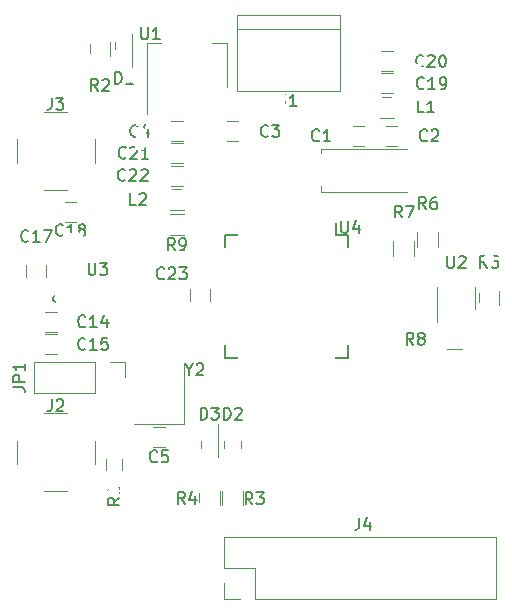
<source format=gto>
%TF.GenerationSoftware,KiCad,Pcbnew,4.0.6*%
%TF.CreationDate,2017-04-05T20:33:35-07:00*%
%TF.ProjectId,wavegen,7761766567656E2E6B696361645F7063,rev?*%
%TF.FileFunction,Legend,Top*%
%FSLAX46Y46*%
G04 Gerber Fmt 4.6, Leading zero omitted, Abs format (unit mm)*
G04 Created by KiCad (PCBNEW 4.0.6) date 04/05/17 20:33:35*
%MOMM*%
%LPD*%
G01*
G04 APERTURE LIST*
%ADD10C,0.100000*%
%ADD11C,0.120000*%
%ADD12C,0.150000*%
%ADD13C,3.900000*%
%ADD14R,1.900000X1.650000*%
%ADD15R,1.900000X1.700000*%
%ADD16R,1.700000X1.900000*%
%ADD17R,2.780000X2.040000*%
%ADD18R,0.650000X1.400000*%
%ADD19R,1.650000X1.900000*%
%ADD20R,1.600000X1.600000*%
%ADD21R,0.800000X1.750000*%
%ADD22O,1.650000X1.350000*%
%ADD23O,1.400000X1.950000*%
%ADD24C,2.600000*%
%ADD25C,2.400000*%
%ADD26R,2.100000X2.100000*%
%ADD27O,2.100000X2.100000*%
%ADD28R,1.300000X1.600000*%
%ADD29R,1.050000X1.960000*%
%ADD30R,1.400000X0.650000*%
%ADD31R,2.050000X2.350000*%
%ADD32R,4.200000X2.400000*%
%ADD33R,1.900000X2.400000*%
%ADD34R,3.900000X2.800000*%
%ADD35C,1.000000*%
G04 APERTURE END LIST*
D10*
D11*
X83292210Y-66320440D02*
X84292210Y-66320440D01*
X84292210Y-64620440D02*
X83292210Y-64620440D01*
X84428800Y-70263142D02*
X83228800Y-70263142D01*
X83228800Y-68503142D02*
X84428800Y-68503142D01*
X83292210Y-68225440D02*
X84292210Y-68225440D01*
X84292210Y-66525440D02*
X83292210Y-66525440D01*
X104149000Y-73371000D02*
X104149000Y-72171000D01*
X105909000Y-72171000D02*
X105909000Y-73371000D01*
D12*
X73799000Y-77811000D02*
G75*
G03X73799000Y-77811000I-250000J0D01*
G01*
D11*
X99687000Y-63158000D02*
X98687000Y-63158000D01*
X98687000Y-64858000D02*
X99687000Y-64858000D01*
X101481000Y-64858000D02*
X102481000Y-64858000D01*
X102481000Y-63158000D02*
X101481000Y-63158000D01*
X89019000Y-62777000D02*
X88019000Y-62777000D01*
X88019000Y-64477000D02*
X89019000Y-64477000D01*
X83320000Y-64477000D02*
X84320000Y-64477000D01*
X84320000Y-62777000D02*
X83320000Y-62777000D01*
X82796000Y-88685000D02*
X81796000Y-88685000D01*
X81796000Y-90385000D02*
X82796000Y-90385000D01*
X72652000Y-80606000D02*
X73652000Y-80606000D01*
X73652000Y-78906000D02*
X72652000Y-78906000D01*
X72652000Y-82511000D02*
X73652000Y-82511000D01*
X73652000Y-80811000D02*
X72652000Y-80811000D01*
X72732000Y-75938000D02*
X72732000Y-74938000D01*
X71032000Y-74938000D02*
X71032000Y-75938000D01*
X75303000Y-69635000D02*
X74303000Y-69635000D01*
X74303000Y-71335000D02*
X75303000Y-71335000D01*
X102100000Y-58713000D02*
X101100000Y-58713000D01*
X101100000Y-60413000D02*
X102100000Y-60413000D01*
X102100000Y-56808000D02*
X101100000Y-56808000D01*
X101100000Y-58508000D02*
X102100000Y-58508000D01*
X78580000Y-58188000D02*
X79980000Y-58188000D01*
X79980000Y-58188000D02*
X79980000Y-55388000D01*
X78580000Y-58188000D02*
X78580000Y-55388000D01*
X89219000Y-88413000D02*
X87819000Y-88413000D01*
X87819000Y-88413000D02*
X87819000Y-91213000D01*
X89219000Y-88413000D02*
X89219000Y-91213000D01*
X87244864Y-88413000D02*
X85844864Y-88413000D01*
X85844864Y-88413000D02*
X85844864Y-91213000D01*
X87244864Y-88413000D02*
X87244864Y-91213000D01*
X97618800Y-53755000D02*
X88918800Y-53755000D01*
X97618800Y-60165000D02*
X88918800Y-60165000D01*
X88918800Y-60165000D02*
X88918800Y-53755000D01*
X88918800Y-54985000D02*
X97618800Y-54985000D01*
X97618800Y-53755000D02*
X97618800Y-60165000D01*
X74533000Y-94105000D02*
X72533000Y-94105000D01*
X74533000Y-87505000D02*
X72533000Y-87505000D01*
X70233000Y-91805000D02*
X70233000Y-89805000D01*
X76833000Y-91805000D02*
X76833000Y-89805000D01*
X72533000Y-61978000D02*
X74533000Y-61978000D01*
X72533000Y-68578000D02*
X74533000Y-68578000D01*
X76833000Y-64278000D02*
X76833000Y-66278000D01*
X70233000Y-64278000D02*
X70233000Y-66278000D01*
X90424000Y-103184000D02*
X110804000Y-103184000D01*
X110804000Y-103184000D02*
X110804000Y-97984000D01*
X110804000Y-97984000D02*
X87824000Y-97984000D01*
X87824000Y-97984000D02*
X87824000Y-100584000D01*
X87824000Y-100584000D02*
X90424000Y-100584000D01*
X90424000Y-100584000D02*
X90424000Y-103184000D01*
X89154000Y-103184000D02*
X87824000Y-103184000D01*
X87824000Y-103184000D02*
X87824000Y-101854000D01*
X76835000Y-83125000D02*
X71695000Y-83125000D01*
X71695000Y-83125000D02*
X71695000Y-85785000D01*
X71695000Y-85785000D02*
X76835000Y-85785000D01*
X76835000Y-85785000D02*
X76835000Y-83125000D01*
X78105000Y-83125000D02*
X79435000Y-83125000D01*
X79435000Y-83125000D02*
X79435000Y-84455000D01*
X101000000Y-60715000D02*
X102200000Y-60715000D01*
X102200000Y-62475000D02*
X101000000Y-62475000D01*
X77806000Y-92321000D02*
X77806000Y-91321000D01*
X79166000Y-91321000D02*
X79166000Y-92321000D01*
X76410000Y-57240000D02*
X76410000Y-56040000D01*
X78170000Y-56040000D02*
X78170000Y-57240000D01*
X87639000Y-95295000D02*
X87639000Y-94095000D01*
X89399000Y-94095000D02*
X89399000Y-95295000D01*
X85664864Y-95295000D02*
X85664864Y-94095000D01*
X87424864Y-94095000D02*
X87424864Y-95295000D01*
X109356000Y-78324000D02*
X109356000Y-77124000D01*
X111116000Y-77124000D02*
X111116000Y-78324000D01*
X102117000Y-74133000D02*
X102117000Y-72933000D01*
X103877000Y-72933000D02*
X103877000Y-74133000D01*
X106715000Y-80273000D02*
X107915000Y-80273000D01*
X107915000Y-82033000D02*
X106715000Y-82033000D01*
X83194600Y-70646400D02*
X84394600Y-70646400D01*
X84394600Y-72406400D02*
X83194600Y-72406400D01*
X109052000Y-78624000D02*
X109052000Y-76824000D01*
X105832000Y-76824000D02*
X105832000Y-79774000D01*
D12*
X98266000Y-72422000D02*
X97266000Y-72422000D01*
X98266000Y-82772000D02*
X97191000Y-82772000D01*
X87916000Y-82772000D02*
X88991000Y-82772000D01*
X87916000Y-72422000D02*
X88991000Y-72422000D01*
X98266000Y-72422000D02*
X98266000Y-73497000D01*
X87916000Y-72422000D02*
X87916000Y-73497000D01*
X87916000Y-82772000D02*
X87916000Y-81697000D01*
X98266000Y-82772000D02*
X98266000Y-81697000D01*
X97266000Y-72422000D02*
X97266000Y-71397000D01*
D11*
X80171000Y-88402000D02*
X84421000Y-88402000D01*
X84421000Y-88402000D02*
X84421000Y-83302000D01*
X88055500Y-56129000D02*
X86795500Y-56129000D01*
X81235500Y-56129000D02*
X82495500Y-56129000D01*
X88055500Y-59889000D02*
X88055500Y-56129000D01*
X81235500Y-62139000D02*
X81235500Y-56129000D01*
X86575000Y-77970000D02*
X86575000Y-76970000D01*
X84875000Y-76970000D02*
X84875000Y-77970000D01*
X103284000Y-65129000D02*
X96034000Y-65129000D01*
X96034000Y-65129000D02*
X96034000Y-68729000D01*
X96034000Y-68729000D02*
X103284000Y-68729000D01*
D12*
X79494143Y-65825643D02*
X79446524Y-65873262D01*
X79303667Y-65920881D01*
X79208429Y-65920881D01*
X79065571Y-65873262D01*
X78970333Y-65778024D01*
X78922714Y-65682786D01*
X78875095Y-65492310D01*
X78875095Y-65349452D01*
X78922714Y-65158976D01*
X78970333Y-65063738D01*
X79065571Y-64968500D01*
X79208429Y-64920881D01*
X79303667Y-64920881D01*
X79446524Y-64968500D01*
X79494143Y-65016119D01*
X79875095Y-65016119D02*
X79922714Y-64968500D01*
X80017952Y-64920881D01*
X80256048Y-64920881D01*
X80351286Y-64968500D01*
X80398905Y-65016119D01*
X80446524Y-65111357D01*
X80446524Y-65206595D01*
X80398905Y-65349452D01*
X79827476Y-65920881D01*
X80446524Y-65920881D01*
X81398905Y-65920881D02*
X80827476Y-65920881D01*
X81113190Y-65920881D02*
X81113190Y-64920881D01*
X81017952Y-65063738D01*
X80922714Y-65158976D01*
X80827476Y-65206595D01*
X80351334Y-69857881D02*
X79875143Y-69857881D01*
X79875143Y-68857881D01*
X80637048Y-68953119D02*
X80684667Y-68905500D01*
X80779905Y-68857881D01*
X81018001Y-68857881D01*
X81113239Y-68905500D01*
X81160858Y-68953119D01*
X81208477Y-69048357D01*
X81208477Y-69143595D01*
X81160858Y-69286452D01*
X80589429Y-69857881D01*
X81208477Y-69857881D01*
X79430643Y-67730643D02*
X79383024Y-67778262D01*
X79240167Y-67825881D01*
X79144929Y-67825881D01*
X79002071Y-67778262D01*
X78906833Y-67683024D01*
X78859214Y-67587786D01*
X78811595Y-67397310D01*
X78811595Y-67254452D01*
X78859214Y-67063976D01*
X78906833Y-66968738D01*
X79002071Y-66873500D01*
X79144929Y-66825881D01*
X79240167Y-66825881D01*
X79383024Y-66873500D01*
X79430643Y-66921119D01*
X79811595Y-66921119D02*
X79859214Y-66873500D01*
X79954452Y-66825881D01*
X80192548Y-66825881D01*
X80287786Y-66873500D01*
X80335405Y-66921119D01*
X80383024Y-67016357D01*
X80383024Y-67111595D01*
X80335405Y-67254452D01*
X79763976Y-67825881D01*
X80383024Y-67825881D01*
X80763976Y-66921119D02*
X80811595Y-66873500D01*
X80906833Y-66825881D01*
X81144929Y-66825881D01*
X81240167Y-66873500D01*
X81287786Y-66921119D01*
X81335405Y-67016357D01*
X81335405Y-67111595D01*
X81287786Y-67254452D01*
X80716357Y-67825881D01*
X81335405Y-67825881D01*
X104887734Y-70200781D02*
X104554400Y-69724590D01*
X104316305Y-70200781D02*
X104316305Y-69200781D01*
X104697258Y-69200781D01*
X104792496Y-69248400D01*
X104840115Y-69296019D01*
X104887734Y-69391257D01*
X104887734Y-69534114D01*
X104840115Y-69629352D01*
X104792496Y-69676971D01*
X104697258Y-69724590D01*
X104316305Y-69724590D01*
X105744877Y-69200781D02*
X105554400Y-69200781D01*
X105459162Y-69248400D01*
X105411543Y-69296019D01*
X105316305Y-69438876D01*
X105268686Y-69629352D01*
X105268686Y-70010305D01*
X105316305Y-70105543D01*
X105363924Y-70153162D01*
X105459162Y-70200781D01*
X105649639Y-70200781D01*
X105744877Y-70153162D01*
X105792496Y-70105543D01*
X105840115Y-70010305D01*
X105840115Y-69772210D01*
X105792496Y-69676971D01*
X105744877Y-69629352D01*
X105649639Y-69581733D01*
X105459162Y-69581733D01*
X105363924Y-69629352D01*
X105316305Y-69676971D01*
X105268686Y-69772210D01*
X76327095Y-74763381D02*
X76327095Y-75572905D01*
X76374714Y-75668143D01*
X76422333Y-75715762D01*
X76517571Y-75763381D01*
X76708048Y-75763381D01*
X76803286Y-75715762D01*
X76850905Y-75668143D01*
X76898524Y-75572905D01*
X76898524Y-74763381D01*
X77279476Y-74763381D02*
X77898524Y-74763381D01*
X77565190Y-75144333D01*
X77708048Y-75144333D01*
X77803286Y-75191952D01*
X77850905Y-75239571D01*
X77898524Y-75334810D01*
X77898524Y-75572905D01*
X77850905Y-75668143D01*
X77803286Y-75715762D01*
X77708048Y-75763381D01*
X77422333Y-75763381D01*
X77327095Y-75715762D01*
X77279476Y-75668143D01*
X95845334Y-64365143D02*
X95797715Y-64412762D01*
X95654858Y-64460381D01*
X95559620Y-64460381D01*
X95416762Y-64412762D01*
X95321524Y-64317524D01*
X95273905Y-64222286D01*
X95226286Y-64031810D01*
X95226286Y-63888952D01*
X95273905Y-63698476D01*
X95321524Y-63603238D01*
X95416762Y-63508000D01*
X95559620Y-63460381D01*
X95654858Y-63460381D01*
X95797715Y-63508000D01*
X95845334Y-63555619D01*
X96797715Y-64460381D02*
X96226286Y-64460381D01*
X96512000Y-64460381D02*
X96512000Y-63460381D01*
X96416762Y-63603238D01*
X96321524Y-63698476D01*
X96226286Y-63746095D01*
X104989334Y-64365143D02*
X104941715Y-64412762D01*
X104798858Y-64460381D01*
X104703620Y-64460381D01*
X104560762Y-64412762D01*
X104465524Y-64317524D01*
X104417905Y-64222286D01*
X104370286Y-64031810D01*
X104370286Y-63888952D01*
X104417905Y-63698476D01*
X104465524Y-63603238D01*
X104560762Y-63508000D01*
X104703620Y-63460381D01*
X104798858Y-63460381D01*
X104941715Y-63508000D01*
X104989334Y-63555619D01*
X105370286Y-63555619D02*
X105417905Y-63508000D01*
X105513143Y-63460381D01*
X105751239Y-63460381D01*
X105846477Y-63508000D01*
X105894096Y-63555619D01*
X105941715Y-63650857D01*
X105941715Y-63746095D01*
X105894096Y-63888952D01*
X105322667Y-64460381D01*
X105941715Y-64460381D01*
X91527334Y-63984143D02*
X91479715Y-64031762D01*
X91336858Y-64079381D01*
X91241620Y-64079381D01*
X91098762Y-64031762D01*
X91003524Y-63936524D01*
X90955905Y-63841286D01*
X90908286Y-63650810D01*
X90908286Y-63507952D01*
X90955905Y-63317476D01*
X91003524Y-63222238D01*
X91098762Y-63127000D01*
X91241620Y-63079381D01*
X91336858Y-63079381D01*
X91479715Y-63127000D01*
X91527334Y-63174619D01*
X91860667Y-63079381D02*
X92479715Y-63079381D01*
X92146381Y-63460333D01*
X92289239Y-63460333D01*
X92384477Y-63507952D01*
X92432096Y-63555571D01*
X92479715Y-63650810D01*
X92479715Y-63888905D01*
X92432096Y-63984143D01*
X92384477Y-64031762D01*
X92289239Y-64079381D01*
X92003524Y-64079381D01*
X91908286Y-64031762D01*
X91860667Y-63984143D01*
X80478334Y-63984143D02*
X80430715Y-64031762D01*
X80287858Y-64079381D01*
X80192620Y-64079381D01*
X80049762Y-64031762D01*
X79954524Y-63936524D01*
X79906905Y-63841286D01*
X79859286Y-63650810D01*
X79859286Y-63507952D01*
X79906905Y-63317476D01*
X79954524Y-63222238D01*
X80049762Y-63127000D01*
X80192620Y-63079381D01*
X80287858Y-63079381D01*
X80430715Y-63127000D01*
X80478334Y-63174619D01*
X81335477Y-63412714D02*
X81335477Y-64079381D01*
X81097381Y-63031762D02*
X80859286Y-63746048D01*
X81478334Y-63746048D01*
X82129334Y-91543143D02*
X82081715Y-91590762D01*
X81938858Y-91638381D01*
X81843620Y-91638381D01*
X81700762Y-91590762D01*
X81605524Y-91495524D01*
X81557905Y-91400286D01*
X81510286Y-91209810D01*
X81510286Y-91066952D01*
X81557905Y-90876476D01*
X81605524Y-90781238D01*
X81700762Y-90686000D01*
X81843620Y-90638381D01*
X81938858Y-90638381D01*
X82081715Y-90686000D01*
X82129334Y-90733619D01*
X83034096Y-90638381D02*
X82557905Y-90638381D01*
X82510286Y-91114571D01*
X82557905Y-91066952D01*
X82653143Y-91019333D01*
X82891239Y-91019333D01*
X82986477Y-91066952D01*
X83034096Y-91114571D01*
X83081715Y-91209810D01*
X83081715Y-91447905D01*
X83034096Y-91543143D01*
X82986477Y-91590762D01*
X82891239Y-91638381D01*
X82653143Y-91638381D01*
X82557905Y-91590762D01*
X82510286Y-91543143D01*
X76065143Y-80113143D02*
X76017524Y-80160762D01*
X75874667Y-80208381D01*
X75779429Y-80208381D01*
X75636571Y-80160762D01*
X75541333Y-80065524D01*
X75493714Y-79970286D01*
X75446095Y-79779810D01*
X75446095Y-79636952D01*
X75493714Y-79446476D01*
X75541333Y-79351238D01*
X75636571Y-79256000D01*
X75779429Y-79208381D01*
X75874667Y-79208381D01*
X76017524Y-79256000D01*
X76065143Y-79303619D01*
X77017524Y-80208381D02*
X76446095Y-80208381D01*
X76731809Y-80208381D02*
X76731809Y-79208381D01*
X76636571Y-79351238D01*
X76541333Y-79446476D01*
X76446095Y-79494095D01*
X77874667Y-79541714D02*
X77874667Y-80208381D01*
X77636571Y-79160762D02*
X77398476Y-79875048D01*
X78017524Y-79875048D01*
X76065143Y-82018143D02*
X76017524Y-82065762D01*
X75874667Y-82113381D01*
X75779429Y-82113381D01*
X75636571Y-82065762D01*
X75541333Y-81970524D01*
X75493714Y-81875286D01*
X75446095Y-81684810D01*
X75446095Y-81541952D01*
X75493714Y-81351476D01*
X75541333Y-81256238D01*
X75636571Y-81161000D01*
X75779429Y-81113381D01*
X75874667Y-81113381D01*
X76017524Y-81161000D01*
X76065143Y-81208619D01*
X77017524Y-82113381D02*
X76446095Y-82113381D01*
X76731809Y-82113381D02*
X76731809Y-81113381D01*
X76636571Y-81256238D01*
X76541333Y-81351476D01*
X76446095Y-81399095D01*
X77922286Y-81113381D02*
X77446095Y-81113381D01*
X77398476Y-81589571D01*
X77446095Y-81541952D01*
X77541333Y-81494333D01*
X77779429Y-81494333D01*
X77874667Y-81541952D01*
X77922286Y-81589571D01*
X77969905Y-81684810D01*
X77969905Y-81922905D01*
X77922286Y-82018143D01*
X77874667Y-82065762D01*
X77779429Y-82113381D01*
X77541333Y-82113381D01*
X77446095Y-82065762D01*
X77398476Y-82018143D01*
X71239143Y-72874143D02*
X71191524Y-72921762D01*
X71048667Y-72969381D01*
X70953429Y-72969381D01*
X70810571Y-72921762D01*
X70715333Y-72826524D01*
X70667714Y-72731286D01*
X70620095Y-72540810D01*
X70620095Y-72397952D01*
X70667714Y-72207476D01*
X70715333Y-72112238D01*
X70810571Y-72017000D01*
X70953429Y-71969381D01*
X71048667Y-71969381D01*
X71191524Y-72017000D01*
X71239143Y-72064619D01*
X72191524Y-72969381D02*
X71620095Y-72969381D01*
X71905809Y-72969381D02*
X71905809Y-71969381D01*
X71810571Y-72112238D01*
X71715333Y-72207476D01*
X71620095Y-72255095D01*
X72524857Y-71969381D02*
X73191524Y-71969381D01*
X72762952Y-72969381D01*
X74160143Y-72366143D02*
X74112524Y-72413762D01*
X73969667Y-72461381D01*
X73874429Y-72461381D01*
X73731571Y-72413762D01*
X73636333Y-72318524D01*
X73588714Y-72223286D01*
X73541095Y-72032810D01*
X73541095Y-71889952D01*
X73588714Y-71699476D01*
X73636333Y-71604238D01*
X73731571Y-71509000D01*
X73874429Y-71461381D01*
X73969667Y-71461381D01*
X74112524Y-71509000D01*
X74160143Y-71556619D01*
X75112524Y-72461381D02*
X74541095Y-72461381D01*
X74826809Y-72461381D02*
X74826809Y-71461381D01*
X74731571Y-71604238D01*
X74636333Y-71699476D01*
X74541095Y-71747095D01*
X75683952Y-71889952D02*
X75588714Y-71842333D01*
X75541095Y-71794714D01*
X75493476Y-71699476D01*
X75493476Y-71651857D01*
X75541095Y-71556619D01*
X75588714Y-71509000D01*
X75683952Y-71461381D01*
X75874429Y-71461381D01*
X75969667Y-71509000D01*
X76017286Y-71556619D01*
X76064905Y-71651857D01*
X76064905Y-71699476D01*
X76017286Y-71794714D01*
X75969667Y-71842333D01*
X75874429Y-71889952D01*
X75683952Y-71889952D01*
X75588714Y-71937571D01*
X75541095Y-71985190D01*
X75493476Y-72080429D01*
X75493476Y-72270905D01*
X75541095Y-72366143D01*
X75588714Y-72413762D01*
X75683952Y-72461381D01*
X75874429Y-72461381D01*
X75969667Y-72413762D01*
X76017286Y-72366143D01*
X76064905Y-72270905D01*
X76064905Y-72080429D01*
X76017286Y-71985190D01*
X75969667Y-71937571D01*
X75874429Y-71889952D01*
X104716343Y-59945543D02*
X104668724Y-59993162D01*
X104525867Y-60040781D01*
X104430629Y-60040781D01*
X104287771Y-59993162D01*
X104192533Y-59897924D01*
X104144914Y-59802686D01*
X104097295Y-59612210D01*
X104097295Y-59469352D01*
X104144914Y-59278876D01*
X104192533Y-59183638D01*
X104287771Y-59088400D01*
X104430629Y-59040781D01*
X104525867Y-59040781D01*
X104668724Y-59088400D01*
X104716343Y-59136019D01*
X105668724Y-60040781D02*
X105097295Y-60040781D01*
X105383009Y-60040781D02*
X105383009Y-59040781D01*
X105287771Y-59183638D01*
X105192533Y-59278876D01*
X105097295Y-59326495D01*
X106144914Y-60040781D02*
X106335390Y-60040781D01*
X106430629Y-59993162D01*
X106478248Y-59945543D01*
X106573486Y-59802686D01*
X106621105Y-59612210D01*
X106621105Y-59231257D01*
X106573486Y-59136019D01*
X106525867Y-59088400D01*
X106430629Y-59040781D01*
X106240152Y-59040781D01*
X106144914Y-59088400D01*
X106097295Y-59136019D01*
X106049676Y-59231257D01*
X106049676Y-59469352D01*
X106097295Y-59564590D01*
X106144914Y-59612210D01*
X106240152Y-59659829D01*
X106430629Y-59659829D01*
X106525867Y-59612210D01*
X106573486Y-59564590D01*
X106621105Y-59469352D01*
X104665543Y-58065943D02*
X104617924Y-58113562D01*
X104475067Y-58161181D01*
X104379829Y-58161181D01*
X104236971Y-58113562D01*
X104141733Y-58018324D01*
X104094114Y-57923086D01*
X104046495Y-57732610D01*
X104046495Y-57589752D01*
X104094114Y-57399276D01*
X104141733Y-57304038D01*
X104236971Y-57208800D01*
X104379829Y-57161181D01*
X104475067Y-57161181D01*
X104617924Y-57208800D01*
X104665543Y-57256419D01*
X105046495Y-57256419D02*
X105094114Y-57208800D01*
X105189352Y-57161181D01*
X105427448Y-57161181D01*
X105522686Y-57208800D01*
X105570305Y-57256419D01*
X105617924Y-57351657D01*
X105617924Y-57446895D01*
X105570305Y-57589752D01*
X104998876Y-58161181D01*
X105617924Y-58161181D01*
X106236971Y-57161181D02*
X106332210Y-57161181D01*
X106427448Y-57208800D01*
X106475067Y-57256419D01*
X106522686Y-57351657D01*
X106570305Y-57542133D01*
X106570305Y-57780229D01*
X106522686Y-57970705D01*
X106475067Y-58065943D01*
X106427448Y-58113562D01*
X106332210Y-58161181D01*
X106236971Y-58161181D01*
X106141733Y-58113562D01*
X106094114Y-58065943D01*
X106046495Y-57970705D01*
X105998876Y-57780229D01*
X105998876Y-57542133D01*
X106046495Y-57351657D01*
X106094114Y-57256419D01*
X106141733Y-57208800D01*
X106236971Y-57161181D01*
X78560705Y-59583581D02*
X78560705Y-58583581D01*
X78798800Y-58583581D01*
X78941658Y-58631200D01*
X79036896Y-58726438D01*
X79084515Y-58821676D01*
X79132134Y-59012152D01*
X79132134Y-59155010D01*
X79084515Y-59345486D01*
X79036896Y-59440724D01*
X78941658Y-59535962D01*
X78798800Y-59583581D01*
X78560705Y-59583581D01*
X80084515Y-59583581D02*
X79513086Y-59583581D01*
X79798800Y-59583581D02*
X79798800Y-58583581D01*
X79703562Y-58726438D01*
X79608324Y-58821676D01*
X79513086Y-58869295D01*
X87780905Y-88018881D02*
X87780905Y-87018881D01*
X88019000Y-87018881D01*
X88161858Y-87066500D01*
X88257096Y-87161738D01*
X88304715Y-87256976D01*
X88352334Y-87447452D01*
X88352334Y-87590310D01*
X88304715Y-87780786D01*
X88257096Y-87876024D01*
X88161858Y-87971262D01*
X88019000Y-88018881D01*
X87780905Y-88018881D01*
X88733286Y-87114119D02*
X88780905Y-87066500D01*
X88876143Y-87018881D01*
X89114239Y-87018881D01*
X89209477Y-87066500D01*
X89257096Y-87114119D01*
X89304715Y-87209357D01*
X89304715Y-87304595D01*
X89257096Y-87447452D01*
X88685667Y-88018881D01*
X89304715Y-88018881D01*
X85812405Y-88018881D02*
X85812405Y-87018881D01*
X86050500Y-87018881D01*
X86193358Y-87066500D01*
X86288596Y-87161738D01*
X86336215Y-87256976D01*
X86383834Y-87447452D01*
X86383834Y-87590310D01*
X86336215Y-87780786D01*
X86288596Y-87876024D01*
X86193358Y-87971262D01*
X86050500Y-88018881D01*
X85812405Y-88018881D01*
X86717167Y-87018881D02*
X87336215Y-87018881D01*
X87002881Y-87399833D01*
X87145739Y-87399833D01*
X87240977Y-87447452D01*
X87288596Y-87495071D01*
X87336215Y-87590310D01*
X87336215Y-87828405D01*
X87288596Y-87923643D01*
X87240977Y-87971262D01*
X87145739Y-88018881D01*
X86860024Y-88018881D01*
X86764786Y-87971262D01*
X86717167Y-87923643D01*
X92935467Y-60477381D02*
X92935467Y-61191667D01*
X92887847Y-61334524D01*
X92792609Y-61429762D01*
X92649752Y-61477381D01*
X92554514Y-61477381D01*
X93935467Y-61477381D02*
X93364038Y-61477381D01*
X93649752Y-61477381D02*
X93649752Y-60477381D01*
X93554514Y-60620238D01*
X93459276Y-60715476D01*
X93364038Y-60763095D01*
X73199667Y-86320381D02*
X73199667Y-87034667D01*
X73152047Y-87177524D01*
X73056809Y-87272762D01*
X72913952Y-87320381D01*
X72818714Y-87320381D01*
X73628238Y-86415619D02*
X73675857Y-86368000D01*
X73771095Y-86320381D01*
X74009191Y-86320381D01*
X74104429Y-86368000D01*
X74152048Y-86415619D01*
X74199667Y-86510857D01*
X74199667Y-86606095D01*
X74152048Y-86748952D01*
X73580619Y-87320381D01*
X74199667Y-87320381D01*
X73199667Y-60793381D02*
X73199667Y-61507667D01*
X73152047Y-61650524D01*
X73056809Y-61745762D01*
X72913952Y-61793381D01*
X72818714Y-61793381D01*
X73580619Y-60793381D02*
X74199667Y-60793381D01*
X73866333Y-61174333D01*
X74009191Y-61174333D01*
X74104429Y-61221952D01*
X74152048Y-61269571D01*
X74199667Y-61364810D01*
X74199667Y-61602905D01*
X74152048Y-61698143D01*
X74104429Y-61745762D01*
X74009191Y-61793381D01*
X73723476Y-61793381D01*
X73628238Y-61745762D01*
X73580619Y-61698143D01*
X99234667Y-96353381D02*
X99234667Y-97067667D01*
X99187047Y-97210524D01*
X99091809Y-97305762D01*
X98948952Y-97353381D01*
X98853714Y-97353381D01*
X100139429Y-96686714D02*
X100139429Y-97353381D01*
X99901333Y-96305762D02*
X99663238Y-97020048D01*
X100282286Y-97020048D01*
X69937381Y-85288333D02*
X70651667Y-85288333D01*
X70794524Y-85335953D01*
X70889762Y-85431191D01*
X70937381Y-85574048D01*
X70937381Y-85669286D01*
X70937381Y-84812143D02*
X69937381Y-84812143D01*
X69937381Y-84431190D01*
X69985000Y-84335952D01*
X70032619Y-84288333D01*
X70127857Y-84240714D01*
X70270714Y-84240714D01*
X70365952Y-84288333D01*
X70413571Y-84335952D01*
X70461190Y-84431190D01*
X70461190Y-84812143D01*
X70937381Y-83288333D02*
X70937381Y-83859762D01*
X70937381Y-83574048D02*
X69937381Y-83574048D01*
X70080238Y-83669286D01*
X70175476Y-83764524D01*
X70223095Y-83859762D01*
X104735334Y-62021981D02*
X104259143Y-62021981D01*
X104259143Y-61021981D01*
X105592477Y-62021981D02*
X105021048Y-62021981D01*
X105306762Y-62021981D02*
X105306762Y-61021981D01*
X105211524Y-61164838D01*
X105116286Y-61260076D01*
X105021048Y-61307695D01*
X78938381Y-94654666D02*
X78462190Y-94988000D01*
X78938381Y-95226095D02*
X77938381Y-95226095D01*
X77938381Y-94845142D01*
X77986000Y-94749904D01*
X78033619Y-94702285D01*
X78128857Y-94654666D01*
X78271714Y-94654666D01*
X78366952Y-94702285D01*
X78414571Y-94749904D01*
X78462190Y-94845142D01*
X78462190Y-95226095D01*
X78938381Y-93702285D02*
X78938381Y-94273714D01*
X78938381Y-93988000D02*
X77938381Y-93988000D01*
X78081238Y-94083238D01*
X78176476Y-94178476D01*
X78224095Y-94273714D01*
X77112834Y-60205881D02*
X76779500Y-59729690D01*
X76541405Y-60205881D02*
X76541405Y-59205881D01*
X76922358Y-59205881D01*
X77017596Y-59253500D01*
X77065215Y-59301119D01*
X77112834Y-59396357D01*
X77112834Y-59539214D01*
X77065215Y-59634452D01*
X77017596Y-59682071D01*
X76922358Y-59729690D01*
X76541405Y-59729690D01*
X77493786Y-59301119D02*
X77541405Y-59253500D01*
X77636643Y-59205881D01*
X77874739Y-59205881D01*
X77969977Y-59253500D01*
X78017596Y-59301119D01*
X78065215Y-59396357D01*
X78065215Y-59491595D01*
X78017596Y-59634452D01*
X77446167Y-60205881D01*
X78065215Y-60205881D01*
X90193834Y-95194381D02*
X89860500Y-94718190D01*
X89622405Y-95194381D02*
X89622405Y-94194381D01*
X90003358Y-94194381D01*
X90098596Y-94242000D01*
X90146215Y-94289619D01*
X90193834Y-94384857D01*
X90193834Y-94527714D01*
X90146215Y-94622952D01*
X90098596Y-94670571D01*
X90003358Y-94718190D01*
X89622405Y-94718190D01*
X90527167Y-94194381D02*
X91146215Y-94194381D01*
X90812881Y-94575333D01*
X90955739Y-94575333D01*
X91050977Y-94622952D01*
X91098596Y-94670571D01*
X91146215Y-94765810D01*
X91146215Y-95003905D01*
X91098596Y-95099143D01*
X91050977Y-95146762D01*
X90955739Y-95194381D01*
X90670024Y-95194381D01*
X90574786Y-95146762D01*
X90527167Y-95099143D01*
X84478834Y-95147381D02*
X84145500Y-94671190D01*
X83907405Y-95147381D02*
X83907405Y-94147381D01*
X84288358Y-94147381D01*
X84383596Y-94195000D01*
X84431215Y-94242619D01*
X84478834Y-94337857D01*
X84478834Y-94480714D01*
X84431215Y-94575952D01*
X84383596Y-94623571D01*
X84288358Y-94671190D01*
X83907405Y-94671190D01*
X85335977Y-94480714D02*
X85335977Y-95147381D01*
X85097881Y-94099762D02*
X84859786Y-94814048D01*
X85478834Y-94814048D01*
X110069334Y-75179181D02*
X109736000Y-74702990D01*
X109497905Y-75179181D02*
X109497905Y-74179181D01*
X109878858Y-74179181D01*
X109974096Y-74226800D01*
X110021715Y-74274419D01*
X110069334Y-74369657D01*
X110069334Y-74512514D01*
X110021715Y-74607752D01*
X109974096Y-74655371D01*
X109878858Y-74702990D01*
X109497905Y-74702990D01*
X110974096Y-74179181D02*
X110497905Y-74179181D01*
X110450286Y-74655371D01*
X110497905Y-74607752D01*
X110593143Y-74560133D01*
X110831239Y-74560133D01*
X110926477Y-74607752D01*
X110974096Y-74655371D01*
X111021715Y-74750610D01*
X111021715Y-74988705D01*
X110974096Y-75083943D01*
X110926477Y-75131562D01*
X110831239Y-75179181D01*
X110593143Y-75179181D01*
X110497905Y-75131562D01*
X110450286Y-75083943D01*
X102855734Y-70911981D02*
X102522400Y-70435790D01*
X102284305Y-70911981D02*
X102284305Y-69911981D01*
X102665258Y-69911981D01*
X102760496Y-69959600D01*
X102808115Y-70007219D01*
X102855734Y-70102457D01*
X102855734Y-70245314D01*
X102808115Y-70340552D01*
X102760496Y-70388171D01*
X102665258Y-70435790D01*
X102284305Y-70435790D01*
X103189067Y-69911981D02*
X103855734Y-69911981D01*
X103427162Y-70911981D01*
X103820934Y-81681581D02*
X103487600Y-81205390D01*
X103249505Y-81681581D02*
X103249505Y-80681581D01*
X103630458Y-80681581D01*
X103725696Y-80729200D01*
X103773315Y-80776819D01*
X103820934Y-80872057D01*
X103820934Y-81014914D01*
X103773315Y-81110152D01*
X103725696Y-81157771D01*
X103630458Y-81205390D01*
X103249505Y-81205390D01*
X104392362Y-81110152D02*
X104297124Y-81062533D01*
X104249505Y-81014914D01*
X104201886Y-80919676D01*
X104201886Y-80872057D01*
X104249505Y-80776819D01*
X104297124Y-80729200D01*
X104392362Y-80681581D01*
X104582839Y-80681581D01*
X104678077Y-80729200D01*
X104725696Y-80776819D01*
X104773315Y-80872057D01*
X104773315Y-80919676D01*
X104725696Y-81014914D01*
X104678077Y-81062533D01*
X104582839Y-81110152D01*
X104392362Y-81110152D01*
X104297124Y-81157771D01*
X104249505Y-81205390D01*
X104201886Y-81300629D01*
X104201886Y-81491105D01*
X104249505Y-81586343D01*
X104297124Y-81633962D01*
X104392362Y-81681581D01*
X104582839Y-81681581D01*
X104678077Y-81633962D01*
X104725696Y-81586343D01*
X104773315Y-81491105D01*
X104773315Y-81300629D01*
X104725696Y-81205390D01*
X104678077Y-81157771D01*
X104582839Y-81110152D01*
X83627934Y-73678781D02*
X83294600Y-73202590D01*
X83056505Y-73678781D02*
X83056505Y-72678781D01*
X83437458Y-72678781D01*
X83532696Y-72726400D01*
X83580315Y-72774019D01*
X83627934Y-72869257D01*
X83627934Y-73012114D01*
X83580315Y-73107352D01*
X83532696Y-73154971D01*
X83437458Y-73202590D01*
X83056505Y-73202590D01*
X84104124Y-73678781D02*
X84294600Y-73678781D01*
X84389839Y-73631162D01*
X84437458Y-73583543D01*
X84532696Y-73440686D01*
X84580315Y-73250210D01*
X84580315Y-72869257D01*
X84532696Y-72774019D01*
X84485077Y-72726400D01*
X84389839Y-72678781D01*
X84199362Y-72678781D01*
X84104124Y-72726400D01*
X84056505Y-72774019D01*
X84008886Y-72869257D01*
X84008886Y-73107352D01*
X84056505Y-73202590D01*
X84104124Y-73250210D01*
X84199362Y-73297829D01*
X84389839Y-73297829D01*
X84485077Y-73250210D01*
X84532696Y-73202590D01*
X84580315Y-73107352D01*
X106680095Y-74179181D02*
X106680095Y-74988705D01*
X106727714Y-75083943D01*
X106775333Y-75131562D01*
X106870571Y-75179181D01*
X107061048Y-75179181D01*
X107156286Y-75131562D01*
X107203905Y-75083943D01*
X107251524Y-74988705D01*
X107251524Y-74179181D01*
X107680095Y-74274419D02*
X107727714Y-74226800D01*
X107822952Y-74179181D01*
X108061048Y-74179181D01*
X108156286Y-74226800D01*
X108203905Y-74274419D01*
X108251524Y-74369657D01*
X108251524Y-74464895D01*
X108203905Y-74607752D01*
X107632476Y-75179181D01*
X108251524Y-75179181D01*
X97726595Y-71207381D02*
X97726595Y-72016905D01*
X97774214Y-72112143D01*
X97821833Y-72159762D01*
X97917071Y-72207381D01*
X98107548Y-72207381D01*
X98202786Y-72159762D01*
X98250405Y-72112143D01*
X98298024Y-72016905D01*
X98298024Y-71207381D01*
X99202786Y-71540714D02*
X99202786Y-72207381D01*
X98964690Y-71159762D02*
X98726595Y-71874048D01*
X99345643Y-71874048D01*
X84867809Y-83796190D02*
X84867809Y-84272381D01*
X84534476Y-83272381D02*
X84867809Y-83796190D01*
X85201143Y-83272381D01*
X85486857Y-83367619D02*
X85534476Y-83320000D01*
X85629714Y-83272381D01*
X85867810Y-83272381D01*
X85963048Y-83320000D01*
X86010667Y-83367619D01*
X86058286Y-83462857D01*
X86058286Y-83558095D01*
X86010667Y-83700952D01*
X85439238Y-84272381D01*
X86058286Y-84272381D01*
X80772095Y-54824381D02*
X80772095Y-55633905D01*
X80819714Y-55729143D01*
X80867333Y-55776762D01*
X80962571Y-55824381D01*
X81153048Y-55824381D01*
X81248286Y-55776762D01*
X81295905Y-55729143D01*
X81343524Y-55633905D01*
X81343524Y-54824381D01*
X82343524Y-55824381D02*
X81772095Y-55824381D01*
X82057809Y-55824381D02*
X82057809Y-54824381D01*
X81962571Y-54967238D01*
X81867333Y-55062476D01*
X81772095Y-55110095D01*
X82732643Y-76049143D02*
X82685024Y-76096762D01*
X82542167Y-76144381D01*
X82446929Y-76144381D01*
X82304071Y-76096762D01*
X82208833Y-76001524D01*
X82161214Y-75906286D01*
X82113595Y-75715810D01*
X82113595Y-75572952D01*
X82161214Y-75382476D01*
X82208833Y-75287238D01*
X82304071Y-75192000D01*
X82446929Y-75144381D01*
X82542167Y-75144381D01*
X82685024Y-75192000D01*
X82732643Y-75239619D01*
X83113595Y-75239619D02*
X83161214Y-75192000D01*
X83256452Y-75144381D01*
X83494548Y-75144381D01*
X83589786Y-75192000D01*
X83637405Y-75239619D01*
X83685024Y-75334857D01*
X83685024Y-75430095D01*
X83637405Y-75572952D01*
X83065976Y-76144381D01*
X83685024Y-76144381D01*
X84018357Y-75144381D02*
X84637405Y-75144381D01*
X84304071Y-75525333D01*
X84446929Y-75525333D01*
X84542167Y-75572952D01*
X84589786Y-75620571D01*
X84637405Y-75715810D01*
X84637405Y-75953905D01*
X84589786Y-76049143D01*
X84542167Y-76096762D01*
X84446929Y-76144381D01*
X84161214Y-76144381D01*
X84065976Y-76096762D01*
X84018357Y-76049143D01*
X100107809Y-64105190D02*
X100107809Y-64581381D01*
X99774476Y-63581381D02*
X100107809Y-64105190D01*
X100441143Y-63581381D01*
X101298286Y-64581381D02*
X100726857Y-64581381D01*
X101012571Y-64581381D02*
X101012571Y-63581381D01*
X100917333Y-63724238D01*
X100822095Y-63819476D01*
X100726857Y-63867095D01*
%LPC*%
D13*
X72390000Y-57150000D03*
X72390000Y-100330000D03*
X115570000Y-100330000D03*
X115570000Y-57150000D03*
D14*
X85042210Y-65470440D03*
X82542210Y-65470440D03*
D15*
X82478800Y-69383142D03*
X85178800Y-69383142D03*
D14*
X85042210Y-67375440D03*
X82542210Y-67375440D03*
D16*
X105029000Y-71421000D03*
X105029000Y-74121000D03*
D17*
X74549000Y-75311000D03*
D18*
X73549000Y-76811000D03*
X74049000Y-76811000D03*
X74549000Y-76811000D03*
X75049000Y-76811000D03*
X75549000Y-76811000D03*
X75549000Y-73811000D03*
X75049000Y-73811000D03*
X74549000Y-73811000D03*
X74049000Y-73811000D03*
X73549000Y-73811000D03*
D14*
X97937000Y-64008000D03*
X100437000Y-64008000D03*
X103231000Y-64008000D03*
X100731000Y-64008000D03*
X87269000Y-63627000D03*
X89769000Y-63627000D03*
X85070000Y-63627000D03*
X82570000Y-63627000D03*
X81046000Y-89535000D03*
X83546000Y-89535000D03*
X74402000Y-79756000D03*
X71902000Y-79756000D03*
X74402000Y-81661000D03*
X71902000Y-81661000D03*
D19*
X71882000Y-74188000D03*
X71882000Y-76688000D03*
D14*
X73553000Y-70485000D03*
X76053000Y-70485000D03*
X100350000Y-59563000D03*
X102850000Y-59563000D03*
X100350000Y-57658000D03*
X102850000Y-57658000D03*
D20*
X79280000Y-55288000D03*
X79280000Y-57488000D03*
X88519000Y-91313000D03*
X88519000Y-89113000D03*
X86544864Y-91313000D03*
X86544864Y-89113000D03*
D21*
X94568800Y-59135000D03*
X93918800Y-59135000D03*
X93268800Y-59135000D03*
X92618800Y-59135000D03*
X91968800Y-59135000D03*
D22*
X95768800Y-59135000D03*
X90768800Y-59135000D03*
D23*
X96768800Y-56435000D03*
X89768800Y-56435000D03*
D24*
X76073000Y-88265000D03*
X76073000Y-93345000D03*
X70993000Y-93345000D03*
X70993000Y-88265000D03*
D25*
X73533000Y-90805000D03*
D24*
X70993000Y-67818000D03*
X70993000Y-62738000D03*
X76073000Y-62738000D03*
X76073000Y-67818000D03*
D25*
X73533000Y-65278000D03*
D26*
X89154000Y-101854000D03*
D27*
X89154000Y-99314000D03*
X91694000Y-101854000D03*
X91694000Y-99314000D03*
X94234000Y-101854000D03*
X94234000Y-99314000D03*
X96774000Y-101854000D03*
X96774000Y-99314000D03*
X99314000Y-101854000D03*
X99314000Y-99314000D03*
X101854000Y-101854000D03*
X101854000Y-99314000D03*
X104394000Y-101854000D03*
X104394000Y-99314000D03*
X106934000Y-101854000D03*
X106934000Y-99314000D03*
X109474000Y-101854000D03*
X109474000Y-99314000D03*
D26*
X78105000Y-84455000D03*
D27*
X75565000Y-84455000D03*
X73025000Y-84455000D03*
D15*
X102950000Y-61595000D03*
X100250000Y-61595000D03*
D28*
X78486000Y-90721000D03*
X78486000Y-92921000D03*
D16*
X77290000Y-55290000D03*
X77290000Y-57990000D03*
X88519000Y-93345000D03*
X88519000Y-96045000D03*
X86544864Y-93345000D03*
X86544864Y-96045000D03*
X110236000Y-76374000D03*
X110236000Y-79074000D03*
X102997000Y-72183000D03*
X102997000Y-74883000D03*
D15*
X108665000Y-81153000D03*
X105965000Y-81153000D03*
X85144600Y-71526400D03*
X82444600Y-71526400D03*
D29*
X106492000Y-79074000D03*
X107442000Y-79074000D03*
X108392000Y-79074000D03*
X108392000Y-76374000D03*
X106492000Y-76374000D03*
X107442000Y-76374000D03*
D18*
X96841000Y-71897000D03*
X96341000Y-71897000D03*
X95841000Y-71897000D03*
X95341000Y-71897000D03*
X94841000Y-71897000D03*
X94341000Y-71897000D03*
X93841000Y-71897000D03*
X93341000Y-71897000D03*
X92841000Y-71897000D03*
X92341000Y-71897000D03*
X91841000Y-71897000D03*
X91341000Y-71897000D03*
X90841000Y-71897000D03*
X90341000Y-71897000D03*
X89841000Y-71897000D03*
X89341000Y-71897000D03*
D30*
X87391000Y-73847000D03*
X87391000Y-74347000D03*
X87391000Y-74847000D03*
X87391000Y-75347000D03*
X87391000Y-75847000D03*
X87391000Y-76347000D03*
X87391000Y-76847000D03*
X87391000Y-77347000D03*
X87391000Y-77847000D03*
X87391000Y-78347000D03*
X87391000Y-78847000D03*
X87391000Y-79347000D03*
X87391000Y-79847000D03*
X87391000Y-80347000D03*
X87391000Y-80847000D03*
X87391000Y-81347000D03*
D18*
X89341000Y-83297000D03*
X89841000Y-83297000D03*
X90341000Y-83297000D03*
X90841000Y-83297000D03*
X91341000Y-83297000D03*
X91841000Y-83297000D03*
X92341000Y-83297000D03*
X92841000Y-83297000D03*
X93341000Y-83297000D03*
X93841000Y-83297000D03*
X94341000Y-83297000D03*
X94841000Y-83297000D03*
X95341000Y-83297000D03*
X95841000Y-83297000D03*
X96341000Y-83297000D03*
X96841000Y-83297000D03*
D30*
X98791000Y-81347000D03*
X98791000Y-80847000D03*
X98791000Y-80347000D03*
X98791000Y-79847000D03*
X98791000Y-79347000D03*
X98791000Y-78847000D03*
X98791000Y-78347000D03*
X98791000Y-77847000D03*
X98791000Y-77347000D03*
X98791000Y-76847000D03*
X98791000Y-76347000D03*
X98791000Y-75847000D03*
X98791000Y-75347000D03*
X98791000Y-74847000D03*
X98791000Y-74347000D03*
X98791000Y-73847000D03*
D31*
X83396000Y-87227000D03*
X83396000Y-84477000D03*
X81196000Y-84477000D03*
X81196000Y-87227000D03*
D32*
X84645500Y-54889000D03*
D33*
X84645500Y-61189000D03*
X86945500Y-61189000D03*
X82345500Y-61189000D03*
D19*
X85725000Y-76220000D03*
X85725000Y-78720000D03*
D34*
X97984000Y-66929000D03*
X103184000Y-66929000D03*
D35*
X88011000Y-85471000D03*
X84074000Y-78740000D03*
X92618800Y-60833000D03*
X92583000Y-61595000D03*
X70358000Y-80645000D03*
X92075034Y-70739000D03*
X77470000Y-70485000D03*
X91968800Y-60853800D03*
X91968800Y-61552200D03*
X104140000Y-58420000D03*
X82550000Y-82423000D03*
X107315000Y-80518000D03*
X80645000Y-64770000D03*
X80645000Y-63754000D03*
X80645000Y-62738000D03*
X79756000Y-59055000D03*
X88900000Y-74041000D03*
X96393000Y-82169000D03*
X97663000Y-79883000D03*
X96774000Y-73406000D03*
X94869000Y-73406000D03*
X73787000Y-75692000D03*
X73787000Y-74930000D03*
X75311000Y-75692000D03*
X75311000Y-74930000D03*
X78486000Y-94107000D03*
X84963000Y-89535000D03*
X73924000Y-77744014D03*
X110236000Y-74422000D03*
X104902000Y-75819000D03*
X97394492Y-81472010D03*
X93091000Y-81407000D03*
X93726000Y-74549000D03*
X96774000Y-74422000D03*
X86106000Y-85090000D03*
X86106000Y-80645012D03*
X85217004Y-85090000D03*
X85209216Y-80681165D03*
X92583000Y-95885000D03*
X93472000Y-95885000D03*
X94361000Y-95885000D03*
X95250000Y-95885000D03*
X96139000Y-95885000D03*
X97028000Y-95885000D03*
X97917000Y-95885000D03*
X98806000Y-95885000D03*
X94716000Y-70675500D03*
X81280000Y-74803008D03*
X74549000Y-72644000D03*
X81280004Y-72644000D03*
X75437994Y-72644000D03*
X81280006Y-73787000D03*
X76200000Y-73269000D03*
M02*

</source>
